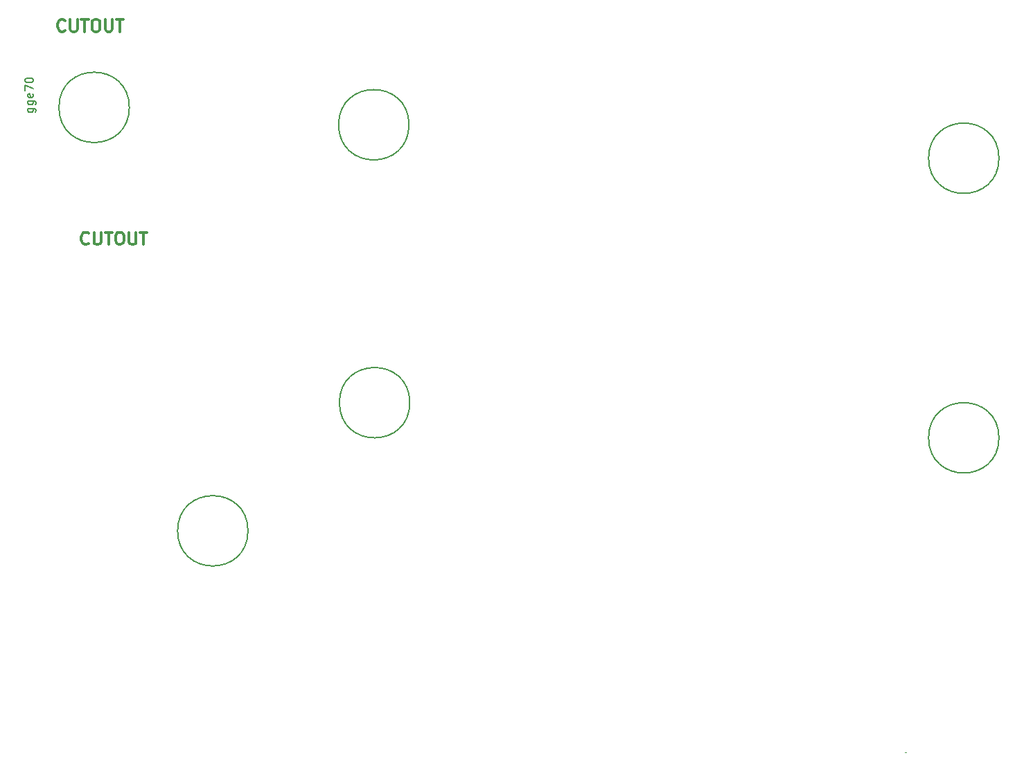
<source format=gbr>
G04 #@! TF.GenerationSoftware,KiCad,Pcbnew,(5.99.0-8557-g8988e46ab1)*
G04 #@! TF.CreationDate,2021-01-24T23:22:25-07:00*
G04 #@! TF.ProjectId,BlueSof,426c7565-536f-4662-9e6b-696361645f70,rev?*
G04 #@! TF.SameCoordinates,PX85099e0PY51bada0*
G04 #@! TF.FileFunction,Other,Comment*
%FSLAX46Y46*%
G04 Gerber Fmt 4.6, Leading zero omitted, Abs format (unit mm)*
G04 Created by KiCad (PCBNEW (5.99.0-8557-g8988e46ab1)) date 2021-01-24 23:22:25*
%MOMM*%
%LPD*%
G01*
G04 APERTURE LIST*
%ADD10C,0.100000*%
%ADD11C,0.300000*%
%ADD12C,0.150000*%
G04 APERTURE END LIST*
D10*
X55941573Y-52477449D02*
X55792453Y-52487449D01*
D11*
X-43935715Y9764286D02*
X-44007143Y9692858D01*
X-44221429Y9621429D01*
X-44364286Y9621429D01*
X-44578572Y9692858D01*
X-44721429Y9835715D01*
X-44792858Y9978572D01*
X-44864286Y10264286D01*
X-44864286Y10478572D01*
X-44792858Y10764286D01*
X-44721429Y10907143D01*
X-44578572Y11050000D01*
X-44364286Y11121429D01*
X-44221429Y11121429D01*
X-44007143Y11050000D01*
X-43935715Y10978572D01*
X-43292858Y11121429D02*
X-43292858Y9907143D01*
X-43221429Y9764286D01*
X-43150000Y9692858D01*
X-43007143Y9621429D01*
X-42721429Y9621429D01*
X-42578572Y9692858D01*
X-42507143Y9764286D01*
X-42435715Y9907143D01*
X-42435715Y11121429D01*
X-41935715Y11121429D02*
X-41078572Y11121429D01*
X-41507143Y9621429D02*
X-41507143Y11121429D01*
X-40292858Y11121429D02*
X-40007143Y11121429D01*
X-39864286Y11050000D01*
X-39721429Y10907143D01*
X-39650000Y10621429D01*
X-39650000Y10121429D01*
X-39721429Y9835715D01*
X-39864286Y9692858D01*
X-40007143Y9621429D01*
X-40292858Y9621429D01*
X-40435715Y9692858D01*
X-40578572Y9835715D01*
X-40650000Y10121429D01*
X-40650000Y10621429D01*
X-40578572Y10907143D01*
X-40435715Y11050000D01*
X-40292858Y11121429D01*
X-39007143Y11121429D02*
X-39007143Y9907143D01*
X-38935715Y9764286D01*
X-38864286Y9692858D01*
X-38721429Y9621429D01*
X-38435715Y9621429D01*
X-38292858Y9692858D01*
X-38221429Y9764286D01*
X-38150000Y9907143D01*
X-38150000Y11121429D01*
X-37650000Y11121429D02*
X-36792858Y11121429D01*
X-37221429Y9621429D02*
X-37221429Y11121429D01*
X-46835715Y35814286D02*
X-46907143Y35742858D01*
X-47121429Y35671429D01*
X-47264286Y35671429D01*
X-47478572Y35742858D01*
X-47621429Y35885715D01*
X-47692858Y36028572D01*
X-47764286Y36314286D01*
X-47764286Y36528572D01*
X-47692858Y36814286D01*
X-47621429Y36957143D01*
X-47478572Y37100000D01*
X-47264286Y37171429D01*
X-47121429Y37171429D01*
X-46907143Y37100000D01*
X-46835715Y37028572D01*
X-46192858Y37171429D02*
X-46192858Y35957143D01*
X-46121429Y35814286D01*
X-46050000Y35742858D01*
X-45907143Y35671429D01*
X-45621429Y35671429D01*
X-45478572Y35742858D01*
X-45407143Y35814286D01*
X-45335715Y35957143D01*
X-45335715Y37171429D01*
X-44835715Y37171429D02*
X-43978572Y37171429D01*
X-44407143Y35671429D02*
X-44407143Y37171429D01*
X-43192858Y37171429D02*
X-42907143Y37171429D01*
X-42764286Y37100000D01*
X-42621429Y36957143D01*
X-42550000Y36671429D01*
X-42550000Y36171429D01*
X-42621429Y35885715D01*
X-42764286Y35742858D01*
X-42907143Y35671429D01*
X-43192858Y35671429D01*
X-43335715Y35742858D01*
X-43478572Y35885715D01*
X-43550000Y36171429D01*
X-43550000Y36671429D01*
X-43478572Y36957143D01*
X-43335715Y37100000D01*
X-43192858Y37171429D01*
X-41907143Y37171429D02*
X-41907143Y35957143D01*
X-41835715Y35814286D01*
X-41764286Y35742858D01*
X-41621429Y35671429D01*
X-41335715Y35671429D01*
X-41192858Y35742858D01*
X-41121429Y35814286D01*
X-41050000Y35957143D01*
X-41050000Y37171429D01*
X-40550000Y37171429D02*
X-39692858Y37171429D01*
X-40121429Y35671429D02*
X-40121429Y37171429D01*
D12*
X-51389286Y26280953D02*
X-50579762Y26280953D01*
X-50484524Y26233334D01*
X-50436905Y26185715D01*
X-50389286Y26090477D01*
X-50389286Y25947620D01*
X-50436905Y25852381D01*
X-50770239Y26280953D02*
X-50722620Y26185715D01*
X-50722620Y25995239D01*
X-50770239Y25900000D01*
X-50817858Y25852381D01*
X-50913096Y25804762D01*
X-51198810Y25804762D01*
X-51294048Y25852381D01*
X-51341667Y25900000D01*
X-51389286Y25995239D01*
X-51389286Y26185715D01*
X-51341667Y26280953D01*
X-51389286Y27185715D02*
X-50579762Y27185715D01*
X-50484524Y27138096D01*
X-50436905Y27090477D01*
X-50389286Y26995239D01*
X-50389286Y26852381D01*
X-50436905Y26757143D01*
X-50770239Y27185715D02*
X-50722620Y27090477D01*
X-50722620Y26900000D01*
X-50770239Y26804762D01*
X-50817858Y26757143D01*
X-50913096Y26709524D01*
X-51198810Y26709524D01*
X-51294048Y26757143D01*
X-51341667Y26804762D01*
X-51389286Y26900000D01*
X-51389286Y27090477D01*
X-51341667Y27185715D01*
X-50770239Y28042858D02*
X-50722620Y27947620D01*
X-50722620Y27757143D01*
X-50770239Y27661905D01*
X-50865477Y27614286D01*
X-51246429Y27614286D01*
X-51341667Y27661905D01*
X-51389286Y27757143D01*
X-51389286Y27947620D01*
X-51341667Y28042858D01*
X-51246429Y28090477D01*
X-51151191Y28090477D01*
X-51055953Y27614286D01*
X-51722620Y28423810D02*
X-51722620Y29090477D01*
X-50722620Y28661905D01*
X-51722620Y29661905D02*
X-51722620Y29757143D01*
X-51675000Y29852381D01*
X-51627381Y29900000D01*
X-51532143Y29947620D01*
X-51341667Y29995239D01*
X-51103572Y29995239D01*
X-50913096Y29947620D01*
X-50817858Y29900000D01*
X-50770239Y29852381D01*
X-50722620Y29757143D01*
X-50722620Y29661905D01*
X-50770239Y29566667D01*
X-50817858Y29519048D01*
X-50913096Y29471429D01*
X-51103572Y29423810D01*
X-51341667Y29423810D01*
X-51532143Y29471429D01*
X-51627381Y29519048D01*
X-51675000Y29566667D01*
X-51722620Y29661905D01*
X67300000Y20175000D02*
G75*
G03*
X67300000Y20175000I-4300000J0D01*
G01*
X-38975000Y26400000D02*
G75*
G03*
X-38975000Y26400000I-4300000J0D01*
G01*
X-4800000Y24275000D02*
G75*
G03*
X-4800000Y24275000I-4300000J0D01*
G01*
X-4700000Y-9725000D02*
G75*
G03*
X-4700000Y-9725000I-4300000J0D01*
G01*
X-24475000Y-25400000D02*
G75*
G03*
X-24475000Y-25400000I-4300000J0D01*
G01*
X67300000Y-14025000D02*
G75*
G03*
X67300000Y-14025000I-4300000J0D01*
G01*
M02*

</source>
